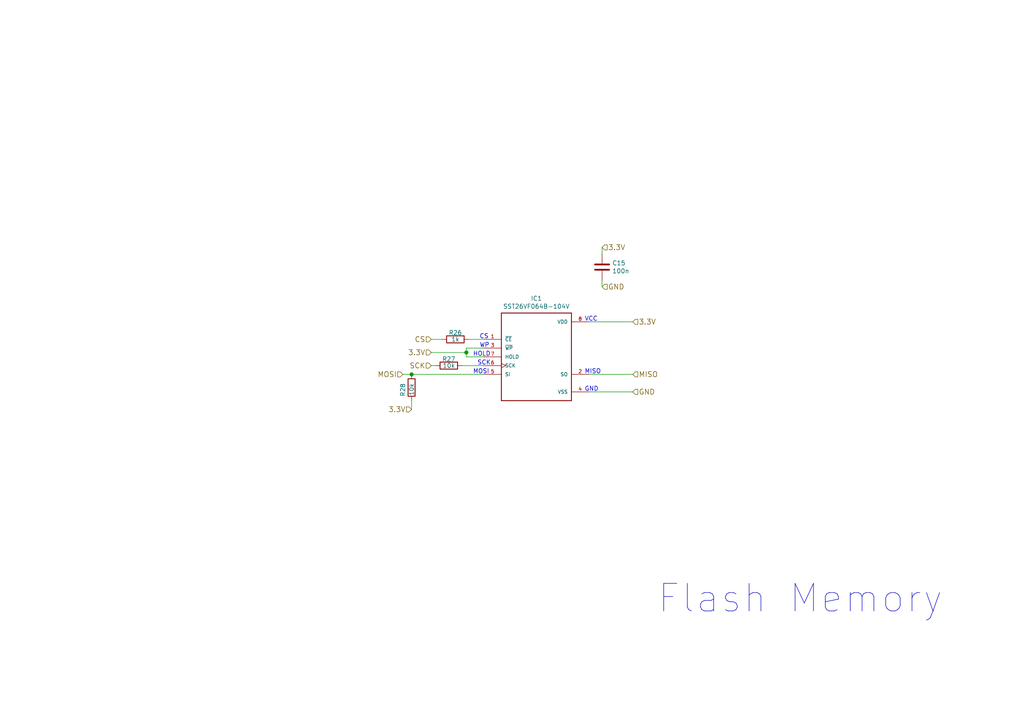
<source format=kicad_sch>
(kicad_sch (version 20200828) (generator eeschema)
  (page 5 5)
  (paper "A4")
  (title_block (title "Bertha") (date "2019-12-03") (company "Hackuarium"))
  (lib_symbols
    (symbol "Bertha_main-rescue:SST26VF064B-104V_MF-SST26VF064B-104V_MF" (pin_names (offset 1.016))
      (property "Reference" "IC" (at -10.1854 15.2654 0))
      (property "Value" "SST26VF064B-104V_MF-SST26VF064B-104V_MF" (at -10.1854 -17.8054 0))
      (symbol "SST26VF064B-104V_MF-SST26VF064B-104V_MF_0_0"
        (polyline (pts (xy -10.16 -12.7) (xy -10.16 12.7)) (stroke (width 0.254)))
        (polyline (pts (xy -10.16 12.7) (xy 10.16 12.7)) (stroke (width 0.254)))
        (polyline (pts (xy 10.16 -12.7) (xy -10.16 -12.7)) (stroke (width 0.254)))
        (polyline (pts (xy 10.16 12.7) (xy 10.16 -12.7)) (stroke (width 0.254)))
        (pin input line (at -15.24 5.08 0) (length 5.08) (name "~CE~") (number "1"))
        (pin output line (at 15.24 -5.08 180) (length 5.08) (name "SO") (number "2"))
        (pin input line (at -15.24 2.54 0) (length 5.08) (name "~WP~") (number "3"))
        (pin passive line (at 15.24 -10.16 180) (length 5.08) (name "VSS") (number "4"))
        (pin input line (at -15.24 -5.08 0) (length 5.08) (name "SI") (number "5"))
        (pin input clock (at -15.24 -2.54 0) (length 5.08) (name "SCK") (number "6"))
        (pin input line (at -15.24 0 0) (length 5.08) (name "HOLD") (number "7"))
        (pin power_in line (at 15.24 10.16 180) (length 5.08) (name "VDD") (number "8"))
      )
    )
    (symbol "Device:C" (pin_numbers hide) (pin_names (offset 0.254))
      (property "Reference" "C" (at 0.635 2.54 0))
      (property "Value" "C" (at 0.635 -2.54 0))
      (symbol "C_0_1"
        (polyline (pts (xy -2.032 -0.762) (xy 2.032 -0.762)) (stroke (width 0.508)))
        (polyline (pts (xy -2.032 0.762) (xy 2.032 0.762)) (stroke (width 0.508)))
      )
      (symbol "C_1_1"
        (pin passive line (at 0 3.81 270) (length 2.794) (name "~") (number "1"))
        (pin passive line (at 0 -3.81 90) (length 2.794) (name "~") (number "2"))
      )
    )
    (symbol "Device:R" (pin_numbers hide) (pin_names (offset 0))
      (property "Reference" "R" (at 2.032 0 90))
      (property "Value" "R" (at 0 0 90))
      (symbol "R_0_1"
        (rectangle (start -1.016 -2.54) (end 1.016 2.54) (stroke (width 0.254)))
      )
      (symbol "R_1_1"
        (pin passive line (at 0 3.81 270) (length 1.27) (name "~") (number "1"))
        (pin passive line (at 0 -3.81 90) (length 1.27) (name "~") (number "2"))
      )
    )
  )
  (junction (at 119.38 108.585) (diameter 1.016))
  (junction (at 135.255 102.235) (diameter 1.016))
  (wire (pts (xy 119.38 108.585) (xy 116.84 108.585)))
  (wire (pts (xy 119.38 118.745) (xy 119.38 116.205)))
  (wire (pts (xy 125.095 98.425) (xy 128.27 98.425)))
  (wire (pts (xy 125.095 102.235) (xy 135.255 102.235)))
  (wire (pts (xy 126.365 106.045) (xy 125.095 106.045)))
  (wire (pts (xy 133.985 106.045) (xy 140.335 106.045)))
  (wire (pts (xy 135.255 100.965) (xy 140.335 100.965)))
  (wire (pts (xy 135.255 102.235) (xy 135.255 100.965)))
  (wire (pts (xy 135.255 102.235) (xy 135.255 103.505)))
  (wire (pts (xy 135.255 103.505) (xy 140.335 103.505)))
  (wire (pts (xy 135.89 98.425) (xy 140.335 98.425)))
  (wire (pts (xy 140.335 108.585) (xy 119.38 108.585)))
  (wire (pts (xy 170.815 113.665) (xy 183.515 113.665)))
  (wire (pts (xy 174.625 71.755) (xy 174.625 73.66)))
  (wire (pts (xy 174.625 81.28) (xy 174.625 83.185)))
  (wire (pts (xy 183.515 93.345) (xy 170.815 93.345)))
  (wire (pts (xy 183.515 108.585) (xy 170.815 108.585)))
  (text "HOLD" (at 137.16 103.505 0) (effects (font (size 1.27 1.27)) (justify left bottom)))
  (text "MOSI" (at 137.16 108.585 0) (effects (font (size 1.27 1.27)) (justify left bottom)))
  (text "SCK" (at 138.43 106.045 0) (effects (font (size 1.27 1.27)) (justify left bottom)))
  (text "CS" (at 139.065 98.425 0) (effects (font (size 1.27 1.27)) (justify left bottom)))
  (text "WP" (at 139.065 100.965 0) (effects (font (size 1.27 1.27)) (justify left bottom)))
  (text "VCC" (at 169.545 93.345 0) (effects (font (size 1.27 1.27)) (justify left bottom)))
  (text "MISO" (at 169.545 108.585 0) (effects (font (size 1.27 1.27)) (justify left bottom)))
  (text "GND" (at 169.545 113.665 0) (effects (font (size 1.27 1.27)) (justify left bottom)))
  (text "Flash Memory\n" (at 190.5 178.435 0) (effects (font (size 8.001 8.001)) (justify left bottom)))
  (hierarchical_label "MOSI" (shape input) (at 116.84 108.585 180) (effects (font (size 1.4986 1.4986))))
  (hierarchical_label "3.3V" (shape input) (at 119.38 118.745 180) (effects (font (size 1.4986 1.4986))))
  (hierarchical_label "CS" (shape input) (at 125.095 98.425 180) (effects (font (size 1.4986 1.4986))))
  (hierarchical_label "3.3V" (shape input) (at 125.095 102.235 180) (effects (font (size 1.4986 1.4986))))
  (hierarchical_label "SCK" (shape input) (at 125.095 106.045 180) (effects (font (size 1.4986 1.4986))))
  (hierarchical_label "3.3V" (shape input) (at 174.625 71.755 0) (effects (font (size 1.4986 1.4986))))
  (hierarchical_label "GND" (shape input) (at 174.625 83.185 0) (effects (font (size 1.4986 1.4986))))
  (hierarchical_label "3.3V" (shape input) (at 183.515 93.345 0) (effects (font (size 1.4986 1.4986))))
  (hierarchical_label "MISO" (shape input) (at 183.515 108.585 0) (effects (font (size 1.4986 1.4986))))
  (hierarchical_label "GND" (shape input) (at 183.515 113.665 0) (effects (font (size 1.4986 1.4986))))
  (symbol (lib_id "Device:R") (at 119.38 112.395 180) (unit 1)
    (property "Reference" "R28" (at 116.84 111.125 90) (effects (justify left)))
    (property "Value" "10k" (at 119.38 111.125 90) (effects (justify left)))
    (property "Footprint" "Resistor_SMD:R_0805_2012Metric_Pad1.15x1.40mm_HandSolder" (effects hide))
  )
  (symbol (lib_id "Device:R") (at 130.175 106.045 90) (unit 1)
    (property "Reference" "R27" (at 130.175 104.14 90))
    (property "Value" "10k" (at 130.175 106.045 90))
    (property "Footprint" "Resistor_SMD:R_0805_2012Metric_Pad1.15x1.40mm_HandSolder" (effects hide))
  )
  (symbol (lib_id "Device:R") (at 132.08 98.425 270) (unit 1)
    (property "Reference" "R26" (at 132.08 96.52 90))
    (property "Value" "1k" (at 132.08 98.425 90))
    (property "Footprint" "Resistor_SMD:R_0805_2012Metric_Pad1.15x1.40mm_HandSolder" (effects hide))
  )
  (symbol (lib_id "Device:C") (at 174.625 77.47 0) (unit 1)
    (property "Reference" "C15" (at 177.546 76.3016 0) (effects (justify left)))
    (property "Value" "100n" (at 177.546 78.613 0) (effects (justify left)))
    (property "Footprint" "Capacitor_SMD:C_0805_2012Metric_Pad1.15x1.40mm_HandSolder" (effects hide))
    (property "Description" "Multilayer Ceramic Capacitors MLCC - SMD/SMT 50V .1uF X7R 0805 10%TOL" (effects hide))
    (property "MFN" "Samsung Electro-Mechanics " (effects hide))
    (property "MFP" "CL21A106KOQNNNG " (effects hide))
    (property "S1PL" "https://www.mouser.com/ProductDetail/Samsung-Electro-Mechanics/CL21A106KOQNNNG?qs=hqM3L16%252BxlcMWI7QbqH0LA%3D%3D" (effects hide))
    (property "S1PN" " 187-CL21A106KOQNNNG " (effects hide))
  )
  (symbol (lib_id "Bertha_main-rescue:SST26VF064B-104V_MF-SST26VF064B-104V_MF") (at 155.575 103.505 0) (unit 1)
    (property "Reference" "IC1" (at 155.575 86.5632 0))
    (property "Value" "SST26VF064B-104V" (at 155.575 88.8746 0))
    (property "Footprint" "Package_SO:SOIJ-8_5.3x5.3mm_P1.27mm" (effects hide))
    (property "Datasheet" "http://ww1.microchip.com/downloads/en/DeviceDoc/SST26VF064B-SST26VF064BA-2.5V-3.0V-64-Mbit-Serial-Quad-IO-Flash-Memory-Data-Sheet-DS20005119J.pdf" (effects hide))
    (property "MFN" "Microchip" (effects hide))
    (property "MFP" "SST26VF064B-104V/SM" (effects hide))
    (property "Description" "2.5V/3.0V 64 Mbit Serial Quad I/O (SQI) Flash Memory" (effects hide))
    (property "S1PL" "https://www.mouser.com/ProductDetail/Microchip-Technology/SST26VF064B-104V-SM?qs=BA62vJVifGrueLaL24%2Fs8g%3D%3D" (effects hide))
    (property "S1PN" " 579-26VF064B-104V/SM " (effects hide))
  )
)
</source>
